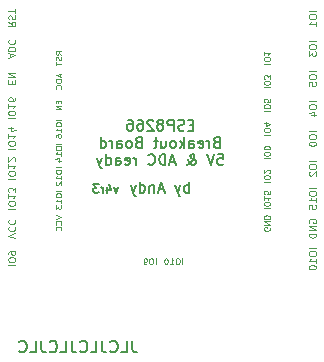
<source format=gbo>
G04 #@! TF.GenerationSoftware,KiCad,Pcbnew,(6.0.2)*
G04 #@! TF.CreationDate,2022-09-29T23:54:19+02:00*
G04 #@! TF.ProjectId,ESPBreakoutBoard-Min-Cutout,45535042-7265-4616-9b6f-7574426f6172,rev?*
G04 #@! TF.SameCoordinates,Original*
G04 #@! TF.FileFunction,Legend,Bot*
G04 #@! TF.FilePolarity,Positive*
%FSLAX46Y46*%
G04 Gerber Fmt 4.6, Leading zero omitted, Abs format (unit mm)*
G04 Created by KiCad (PCBNEW (6.0.2)) date 2022-09-29 23:54:19*
%MOMM*%
%LPD*%
G01*
G04 APERTURE LIST*
%ADD10C,0.150000*%
%ADD11C,0.100000*%
%ADD12C,0.130000*%
%ADD13R,2.200000X2.200000*%
%ADD14C,2.200000*%
%ADD15R,1.350000X1.350000*%
%ADD16O,1.350000X1.350000*%
%ADD17C,1.350000*%
%ADD18R,1.700000X1.700000*%
%ADD19O,1.700000X1.700000*%
%ADD20C,0.700000*%
%ADD21C,4.400000*%
G04 APERTURE END LIST*
D10*
X147519047Y-94752380D02*
X147519047Y-95466666D01*
X147566666Y-95609523D01*
X147661904Y-95704761D01*
X147804761Y-95752380D01*
X147900000Y-95752380D01*
X146566666Y-95752380D02*
X147042857Y-95752380D01*
X147042857Y-94752380D01*
X145661904Y-95657142D02*
X145709523Y-95704761D01*
X145852380Y-95752380D01*
X145947619Y-95752380D01*
X146090476Y-95704761D01*
X146185714Y-95609523D01*
X146233333Y-95514285D01*
X146280952Y-95323809D01*
X146280952Y-95180952D01*
X146233333Y-94990476D01*
X146185714Y-94895238D01*
X146090476Y-94800000D01*
X145947619Y-94752380D01*
X145852380Y-94752380D01*
X145709523Y-94800000D01*
X145661904Y-94847619D01*
X144947619Y-94752380D02*
X144947619Y-95466666D01*
X144995238Y-95609523D01*
X145090476Y-95704761D01*
X145233333Y-95752380D01*
X145328571Y-95752380D01*
X143995238Y-95752380D02*
X144471428Y-95752380D01*
X144471428Y-94752380D01*
X143090476Y-95657142D02*
X143138095Y-95704761D01*
X143280952Y-95752380D01*
X143376190Y-95752380D01*
X143519047Y-95704761D01*
X143614285Y-95609523D01*
X143661904Y-95514285D01*
X143709523Y-95323809D01*
X143709523Y-95180952D01*
X143661904Y-94990476D01*
X143614285Y-94895238D01*
X143519047Y-94800000D01*
X143376190Y-94752380D01*
X143280952Y-94752380D01*
X143138095Y-94800000D01*
X143090476Y-94847619D01*
X142376190Y-94752380D02*
X142376190Y-95466666D01*
X142423809Y-95609523D01*
X142519047Y-95704761D01*
X142661904Y-95752380D01*
X142757142Y-95752380D01*
X141423809Y-95752380D02*
X141900000Y-95752380D01*
X141900000Y-94752380D01*
X140519047Y-95657142D02*
X140566666Y-95704761D01*
X140709523Y-95752380D01*
X140804761Y-95752380D01*
X140947619Y-95704761D01*
X141042857Y-95609523D01*
X141090476Y-95514285D01*
X141138095Y-95323809D01*
X141138095Y-95180952D01*
X141090476Y-94990476D01*
X141042857Y-94895238D01*
X140947619Y-94800000D01*
X140804761Y-94752380D01*
X140709523Y-94752380D01*
X140566666Y-94800000D01*
X140519047Y-94847619D01*
X139804761Y-94752380D02*
X139804761Y-95466666D01*
X139852380Y-95609523D01*
X139947619Y-95704761D01*
X140090476Y-95752380D01*
X140185714Y-95752380D01*
X138852380Y-95752380D02*
X139328571Y-95752380D01*
X139328571Y-94752380D01*
X137947619Y-95657142D02*
X137995238Y-95704761D01*
X138138095Y-95752380D01*
X138233333Y-95752380D01*
X138376190Y-95704761D01*
X138471428Y-95609523D01*
X138519047Y-95514285D01*
X138566666Y-95323809D01*
X138566666Y-95180952D01*
X138519047Y-94990476D01*
X138471428Y-94895238D01*
X138376190Y-94800000D01*
X138233333Y-94752380D01*
X138138095Y-94752380D01*
X137995238Y-94800000D01*
X137947619Y-94847619D01*
D11*
X137200000Y-70742857D02*
X137200000Y-70457142D01*
X137028571Y-70800000D02*
X137628571Y-70600000D01*
X137028571Y-70400000D01*
X137028571Y-70200000D02*
X137628571Y-70200000D01*
X137628571Y-70057142D01*
X137600000Y-69971428D01*
X137542857Y-69914285D01*
X137485714Y-69885714D01*
X137371428Y-69857142D01*
X137285714Y-69857142D01*
X137171428Y-69885714D01*
X137114285Y-69914285D01*
X137057142Y-69971428D01*
X137028571Y-70057142D01*
X137028571Y-70200000D01*
X137085714Y-69257142D02*
X137057142Y-69285714D01*
X137028571Y-69371428D01*
X137028571Y-69428571D01*
X137057142Y-69514285D01*
X137114285Y-69571428D01*
X137171428Y-69600000D01*
X137285714Y-69628571D01*
X137371428Y-69628571D01*
X137485714Y-69600000D01*
X137542857Y-69571428D01*
X137600000Y-69514285D01*
X137628571Y-69428571D01*
X137628571Y-69371428D01*
X137600000Y-69285714D01*
X137571428Y-69257142D01*
X137342857Y-72992857D02*
X137342857Y-72792857D01*
X137028571Y-72707142D02*
X137028571Y-72992857D01*
X137628571Y-72992857D01*
X137628571Y-72707142D01*
X137028571Y-72450000D02*
X137628571Y-72450000D01*
X137028571Y-72107142D01*
X137628571Y-72107142D01*
X137028571Y-83585714D02*
X137628571Y-83585714D01*
X137628571Y-83185714D02*
X137628571Y-83071428D01*
X137600000Y-83014285D01*
X137542857Y-82957142D01*
X137428571Y-82928571D01*
X137228571Y-82928571D01*
X137114285Y-82957142D01*
X137057142Y-83014285D01*
X137028571Y-83071428D01*
X137028571Y-83185714D01*
X137057142Y-83242857D01*
X137114285Y-83300000D01*
X137228571Y-83328571D01*
X137428571Y-83328571D01*
X137542857Y-83300000D01*
X137600000Y-83242857D01*
X137628571Y-83185714D01*
X137028571Y-82357142D02*
X137028571Y-82700000D01*
X137028571Y-82528571D02*
X137628571Y-82528571D01*
X137542857Y-82585714D01*
X137485714Y-82642857D01*
X137457142Y-82700000D01*
X137628571Y-82157142D02*
X137628571Y-81785714D01*
X137400000Y-81985714D01*
X137400000Y-81900000D01*
X137371428Y-81842857D01*
X137342857Y-81814285D01*
X137285714Y-81785714D01*
X137142857Y-81785714D01*
X137085714Y-81814285D01*
X137057142Y-81842857D01*
X137028571Y-81900000D01*
X137028571Y-82071428D01*
X137057142Y-82128571D01*
X137085714Y-82157142D01*
X137628571Y-86050000D02*
X137028571Y-85850000D01*
X137628571Y-85650000D01*
X137085714Y-85107142D02*
X137057142Y-85135714D01*
X137028571Y-85221428D01*
X137028571Y-85278571D01*
X137057142Y-85364285D01*
X137114285Y-85421428D01*
X137171428Y-85450000D01*
X137285714Y-85478571D01*
X137371428Y-85478571D01*
X137485714Y-85450000D01*
X137542857Y-85421428D01*
X137600000Y-85364285D01*
X137628571Y-85278571D01*
X137628571Y-85221428D01*
X137600000Y-85135714D01*
X137571428Y-85107142D01*
X137085714Y-84507142D02*
X137057142Y-84535714D01*
X137028571Y-84621428D01*
X137028571Y-84678571D01*
X137057142Y-84764285D01*
X137114285Y-84821428D01*
X137171428Y-84850000D01*
X137285714Y-84878571D01*
X137371428Y-84878571D01*
X137485714Y-84850000D01*
X137542857Y-84821428D01*
X137600000Y-84764285D01*
X137628571Y-84678571D01*
X137628571Y-84621428D01*
X137600000Y-84535714D01*
X137571428Y-84507142D01*
X137028571Y-75935714D02*
X137628571Y-75935714D01*
X137628571Y-75535714D02*
X137628571Y-75421428D01*
X137600000Y-75364285D01*
X137542857Y-75307142D01*
X137428571Y-75278571D01*
X137228571Y-75278571D01*
X137114285Y-75307142D01*
X137057142Y-75364285D01*
X137028571Y-75421428D01*
X137028571Y-75535714D01*
X137057142Y-75592857D01*
X137114285Y-75650000D01*
X137228571Y-75678571D01*
X137428571Y-75678571D01*
X137542857Y-75650000D01*
X137600000Y-75592857D01*
X137628571Y-75535714D01*
X137028571Y-74707142D02*
X137028571Y-75050000D01*
X137028571Y-74878571D02*
X137628571Y-74878571D01*
X137542857Y-74935714D01*
X137485714Y-74992857D01*
X137457142Y-75050000D01*
X137628571Y-74192857D02*
X137628571Y-74307142D01*
X137600000Y-74364285D01*
X137571428Y-74392857D01*
X137485714Y-74450000D01*
X137371428Y-74478571D01*
X137142857Y-74478571D01*
X137085714Y-74450000D01*
X137057142Y-74421428D01*
X137028571Y-74364285D01*
X137028571Y-74250000D01*
X137057142Y-74192857D01*
X137085714Y-74164285D01*
X137142857Y-74135714D01*
X137285714Y-74135714D01*
X137342857Y-74164285D01*
X137371428Y-74192857D01*
X137400000Y-74250000D01*
X137400000Y-74364285D01*
X137371428Y-74421428D01*
X137342857Y-74450000D01*
X137285714Y-74478571D01*
X137028571Y-78485714D02*
X137628571Y-78485714D01*
X137628571Y-78085714D02*
X137628571Y-77971428D01*
X137600000Y-77914285D01*
X137542857Y-77857142D01*
X137428571Y-77828571D01*
X137228571Y-77828571D01*
X137114285Y-77857142D01*
X137057142Y-77914285D01*
X137028571Y-77971428D01*
X137028571Y-78085714D01*
X137057142Y-78142857D01*
X137114285Y-78200000D01*
X137228571Y-78228571D01*
X137428571Y-78228571D01*
X137542857Y-78200000D01*
X137600000Y-78142857D01*
X137628571Y-78085714D01*
X137028571Y-77257142D02*
X137028571Y-77600000D01*
X137028571Y-77428571D02*
X137628571Y-77428571D01*
X137542857Y-77485714D01*
X137485714Y-77542857D01*
X137457142Y-77600000D01*
X137428571Y-76742857D02*
X137028571Y-76742857D01*
X137657142Y-76885714D02*
X137228571Y-77028571D01*
X137228571Y-76657142D01*
X163065028Y-86914285D02*
X162465028Y-86914285D01*
X162465028Y-87314285D02*
X162465028Y-87428571D01*
X162493600Y-87485714D01*
X162550742Y-87542857D01*
X162665028Y-87571428D01*
X162865028Y-87571428D01*
X162979314Y-87542857D01*
X163036457Y-87485714D01*
X163065028Y-87428571D01*
X163065028Y-87314285D01*
X163036457Y-87257142D01*
X162979314Y-87200000D01*
X162865028Y-87171428D01*
X162665028Y-87171428D01*
X162550742Y-87200000D01*
X162493600Y-87257142D01*
X162465028Y-87314285D01*
X163065028Y-88142857D02*
X163065028Y-87800000D01*
X163065028Y-87971428D02*
X162465028Y-87971428D01*
X162550742Y-87914285D01*
X162607885Y-87857142D01*
X162636457Y-87800000D01*
X162465028Y-88514285D02*
X162465028Y-88571428D01*
X162493600Y-88628571D01*
X162522171Y-88657142D01*
X162579314Y-88685714D01*
X162693600Y-88714285D01*
X162836457Y-88714285D01*
X162950742Y-88685714D01*
X163007885Y-88657142D01*
X163036457Y-88628571D01*
X163065028Y-88571428D01*
X163065028Y-88514285D01*
X163036457Y-88457142D01*
X163007885Y-88428571D01*
X162950742Y-88400000D01*
X162836457Y-88371428D01*
X162693600Y-88371428D01*
X162579314Y-88400000D01*
X162522171Y-88428571D01*
X162493600Y-88457142D01*
X162465028Y-88514285D01*
X163071428Y-79550000D02*
X162471428Y-79550000D01*
X162471428Y-79950000D02*
X162471428Y-80064285D01*
X162500000Y-80121428D01*
X162557142Y-80178571D01*
X162671428Y-80207142D01*
X162871428Y-80207142D01*
X162985714Y-80178571D01*
X163042857Y-80121428D01*
X163071428Y-80064285D01*
X163071428Y-79950000D01*
X163042857Y-79892857D01*
X162985714Y-79835714D01*
X162871428Y-79807142D01*
X162671428Y-79807142D01*
X162557142Y-79835714D01*
X162500000Y-79892857D01*
X162471428Y-79950000D01*
X162528571Y-80435714D02*
X162500000Y-80464285D01*
X162471428Y-80521428D01*
X162471428Y-80664285D01*
X162500000Y-80721428D01*
X162528571Y-80750000D01*
X162585714Y-80778571D01*
X162642857Y-80778571D01*
X162728571Y-80750000D01*
X163071428Y-80407142D01*
X163071428Y-80778571D01*
D10*
X152321428Y-82207142D02*
X152321428Y-81307142D01*
X152321428Y-81650000D02*
X152235714Y-81607142D01*
X152064285Y-81607142D01*
X151978571Y-81650000D01*
X151935714Y-81692857D01*
X151892857Y-81778571D01*
X151892857Y-82035714D01*
X151935714Y-82121428D01*
X151978571Y-82164285D01*
X152064285Y-82207142D01*
X152235714Y-82207142D01*
X152321428Y-82164285D01*
X151592857Y-81607142D02*
X151378571Y-82207142D01*
X151164285Y-81607142D02*
X151378571Y-82207142D01*
X151464285Y-82421428D01*
X151507142Y-82464285D01*
X151592857Y-82507142D01*
X150178571Y-81950000D02*
X149750000Y-81950000D01*
X150264285Y-82207142D02*
X149964285Y-81307142D01*
X149664285Y-82207142D01*
X149364285Y-81607142D02*
X149364285Y-82207142D01*
X149364285Y-81692857D02*
X149321428Y-81650000D01*
X149235714Y-81607142D01*
X149107142Y-81607142D01*
X149021428Y-81650000D01*
X148978571Y-81735714D01*
X148978571Y-82207142D01*
X148164285Y-82207142D02*
X148164285Y-81307142D01*
X148164285Y-82164285D02*
X148250000Y-82207142D01*
X148421428Y-82207142D01*
X148507142Y-82164285D01*
X148550000Y-82121428D01*
X148592857Y-82035714D01*
X148592857Y-81778571D01*
X148550000Y-81692857D01*
X148507142Y-81650000D01*
X148421428Y-81607142D01*
X148250000Y-81607142D01*
X148164285Y-81650000D01*
X147821428Y-81607142D02*
X147607142Y-82207142D01*
X147392857Y-81607142D02*
X147607142Y-82207142D01*
X147692857Y-82421428D01*
X147735714Y-82464285D01*
X147821428Y-82507142D01*
D11*
X137028571Y-67778571D02*
X137314285Y-67978571D01*
X137028571Y-68121428D02*
X137628571Y-68121428D01*
X137628571Y-67892857D01*
X137600000Y-67835714D01*
X137571428Y-67807142D01*
X137514285Y-67778571D01*
X137428571Y-67778571D01*
X137371428Y-67807142D01*
X137342857Y-67835714D01*
X137314285Y-67892857D01*
X137314285Y-68121428D01*
X137057142Y-67550000D02*
X137028571Y-67464285D01*
X137028571Y-67321428D01*
X137057142Y-67264285D01*
X137085714Y-67235714D01*
X137142857Y-67207142D01*
X137200000Y-67207142D01*
X137257142Y-67235714D01*
X137285714Y-67264285D01*
X137314285Y-67321428D01*
X137342857Y-67435714D01*
X137371428Y-67492857D01*
X137400000Y-67521428D01*
X137457142Y-67550000D01*
X137514285Y-67550000D01*
X137571428Y-67521428D01*
X137600000Y-67492857D01*
X137628571Y-67435714D01*
X137628571Y-67292857D01*
X137600000Y-67207142D01*
X137628571Y-67035714D02*
X137628571Y-66692857D01*
X137028571Y-66864285D02*
X137628571Y-66864285D01*
X163071428Y-69400000D02*
X162471428Y-69400000D01*
X162471428Y-69800000D02*
X162471428Y-69914285D01*
X162500000Y-69971428D01*
X162557142Y-70028571D01*
X162671428Y-70057142D01*
X162871428Y-70057142D01*
X162985714Y-70028571D01*
X163042857Y-69971428D01*
X163071428Y-69914285D01*
X163071428Y-69800000D01*
X163042857Y-69742857D01*
X162985714Y-69685714D01*
X162871428Y-69657142D01*
X162671428Y-69657142D01*
X162557142Y-69685714D01*
X162500000Y-69742857D01*
X162471428Y-69800000D01*
X162471428Y-70257142D02*
X162471428Y-70628571D01*
X162700000Y-70428571D01*
X162700000Y-70514285D01*
X162728571Y-70571428D01*
X162757142Y-70600000D01*
X162814285Y-70628571D01*
X162957142Y-70628571D01*
X163014285Y-70600000D01*
X163042857Y-70571428D01*
X163071428Y-70514285D01*
X163071428Y-70342857D01*
X163042857Y-70285714D01*
X163014285Y-70257142D01*
X163071428Y-81814285D02*
X162471428Y-81814285D01*
X162471428Y-82214285D02*
X162471428Y-82328571D01*
X162500000Y-82385714D01*
X162557142Y-82442857D01*
X162671428Y-82471428D01*
X162871428Y-82471428D01*
X162985714Y-82442857D01*
X163042857Y-82385714D01*
X163071428Y-82328571D01*
X163071428Y-82214285D01*
X163042857Y-82157142D01*
X162985714Y-82100000D01*
X162871428Y-82071428D01*
X162671428Y-82071428D01*
X162557142Y-82100000D01*
X162500000Y-82157142D01*
X162471428Y-82214285D01*
X163071428Y-83042857D02*
X163071428Y-82700000D01*
X163071428Y-82871428D02*
X162471428Y-82871428D01*
X162557142Y-82814285D01*
X162614285Y-82757142D01*
X162642857Y-82700000D01*
X162471428Y-83585714D02*
X162471428Y-83300000D01*
X162757142Y-83271428D01*
X162728571Y-83300000D01*
X162700000Y-83357142D01*
X162700000Y-83500000D01*
X162728571Y-83557142D01*
X162757142Y-83585714D01*
X162814285Y-83614285D01*
X162957142Y-83614285D01*
X163014285Y-83585714D01*
X163042857Y-83557142D01*
X163071428Y-83500000D01*
X163071428Y-83357142D01*
X163042857Y-83300000D01*
X163014285Y-83271428D01*
D10*
X152685714Y-76486714D02*
X152385714Y-76486714D01*
X152257142Y-76958142D02*
X152685714Y-76958142D01*
X152685714Y-76058142D01*
X152257142Y-76058142D01*
X151914285Y-76915285D02*
X151785714Y-76958142D01*
X151571428Y-76958142D01*
X151485714Y-76915285D01*
X151442857Y-76872428D01*
X151400000Y-76786714D01*
X151400000Y-76701000D01*
X151442857Y-76615285D01*
X151485714Y-76572428D01*
X151571428Y-76529571D01*
X151742857Y-76486714D01*
X151828571Y-76443857D01*
X151871428Y-76401000D01*
X151914285Y-76315285D01*
X151914285Y-76229571D01*
X151871428Y-76143857D01*
X151828571Y-76101000D01*
X151742857Y-76058142D01*
X151528571Y-76058142D01*
X151400000Y-76101000D01*
X151014285Y-76958142D02*
X151014285Y-76058142D01*
X150671428Y-76058142D01*
X150585714Y-76101000D01*
X150542857Y-76143857D01*
X150500000Y-76229571D01*
X150500000Y-76358142D01*
X150542857Y-76443857D01*
X150585714Y-76486714D01*
X150671428Y-76529571D01*
X151014285Y-76529571D01*
X149985714Y-76443857D02*
X150071428Y-76401000D01*
X150114285Y-76358142D01*
X150157142Y-76272428D01*
X150157142Y-76229571D01*
X150114285Y-76143857D01*
X150071428Y-76101000D01*
X149985714Y-76058142D01*
X149814285Y-76058142D01*
X149728571Y-76101000D01*
X149685714Y-76143857D01*
X149642857Y-76229571D01*
X149642857Y-76272428D01*
X149685714Y-76358142D01*
X149728571Y-76401000D01*
X149814285Y-76443857D01*
X149985714Y-76443857D01*
X150071428Y-76486714D01*
X150114285Y-76529571D01*
X150157142Y-76615285D01*
X150157142Y-76786714D01*
X150114285Y-76872428D01*
X150071428Y-76915285D01*
X149985714Y-76958142D01*
X149814285Y-76958142D01*
X149728571Y-76915285D01*
X149685714Y-76872428D01*
X149642857Y-76786714D01*
X149642857Y-76615285D01*
X149685714Y-76529571D01*
X149728571Y-76486714D01*
X149814285Y-76443857D01*
X149300000Y-76143857D02*
X149257142Y-76101000D01*
X149171428Y-76058142D01*
X148957142Y-76058142D01*
X148871428Y-76101000D01*
X148828571Y-76143857D01*
X148785714Y-76229571D01*
X148785714Y-76315285D01*
X148828571Y-76443857D01*
X149342857Y-76958142D01*
X148785714Y-76958142D01*
X148014285Y-76058142D02*
X148185714Y-76058142D01*
X148271428Y-76101000D01*
X148314285Y-76143857D01*
X148400000Y-76272428D01*
X148442857Y-76443857D01*
X148442857Y-76786714D01*
X148400000Y-76872428D01*
X148357142Y-76915285D01*
X148271428Y-76958142D01*
X148100000Y-76958142D01*
X148014285Y-76915285D01*
X147971428Y-76872428D01*
X147928571Y-76786714D01*
X147928571Y-76572428D01*
X147971428Y-76486714D01*
X148014285Y-76443857D01*
X148100000Y-76401000D01*
X148271428Y-76401000D01*
X148357142Y-76443857D01*
X148400000Y-76486714D01*
X148442857Y-76572428D01*
X147157142Y-76058142D02*
X147328571Y-76058142D01*
X147414285Y-76101000D01*
X147457142Y-76143857D01*
X147542857Y-76272428D01*
X147585714Y-76443857D01*
X147585714Y-76786714D01*
X147542857Y-76872428D01*
X147500000Y-76915285D01*
X147414285Y-76958142D01*
X147242857Y-76958142D01*
X147157142Y-76915285D01*
X147114285Y-76872428D01*
X147071428Y-76786714D01*
X147071428Y-76572428D01*
X147114285Y-76486714D01*
X147157142Y-76443857D01*
X147242857Y-76401000D01*
X147414285Y-76401000D01*
X147500000Y-76443857D01*
X147542857Y-76486714D01*
X147585714Y-76572428D01*
X154635714Y-77935714D02*
X154507142Y-77978571D01*
X154464285Y-78021428D01*
X154421428Y-78107142D01*
X154421428Y-78235714D01*
X154464285Y-78321428D01*
X154507142Y-78364285D01*
X154592857Y-78407142D01*
X154935714Y-78407142D01*
X154935714Y-77507142D01*
X154635714Y-77507142D01*
X154550000Y-77550000D01*
X154507142Y-77592857D01*
X154464285Y-77678571D01*
X154464285Y-77764285D01*
X154507142Y-77850000D01*
X154550000Y-77892857D01*
X154635714Y-77935714D01*
X154935714Y-77935714D01*
X154035714Y-78407142D02*
X154035714Y-77807142D01*
X154035714Y-77978571D02*
X153992857Y-77892857D01*
X153950000Y-77850000D01*
X153864285Y-77807142D01*
X153778571Y-77807142D01*
X153135714Y-78364285D02*
X153221428Y-78407142D01*
X153392857Y-78407142D01*
X153478571Y-78364285D01*
X153521428Y-78278571D01*
X153521428Y-77935714D01*
X153478571Y-77850000D01*
X153392857Y-77807142D01*
X153221428Y-77807142D01*
X153135714Y-77850000D01*
X153092857Y-77935714D01*
X153092857Y-78021428D01*
X153521428Y-78107142D01*
X152321428Y-78407142D02*
X152321428Y-77935714D01*
X152364285Y-77850000D01*
X152450000Y-77807142D01*
X152621428Y-77807142D01*
X152707142Y-77850000D01*
X152321428Y-78364285D02*
X152407142Y-78407142D01*
X152621428Y-78407142D01*
X152707142Y-78364285D01*
X152750000Y-78278571D01*
X152750000Y-78192857D01*
X152707142Y-78107142D01*
X152621428Y-78064285D01*
X152407142Y-78064285D01*
X152321428Y-78021428D01*
X151892857Y-78407142D02*
X151892857Y-77507142D01*
X151807142Y-78064285D02*
X151550000Y-78407142D01*
X151550000Y-77807142D02*
X151892857Y-78150000D01*
X151035714Y-78407142D02*
X151121428Y-78364285D01*
X151164285Y-78321428D01*
X151207142Y-78235714D01*
X151207142Y-77978571D01*
X151164285Y-77892857D01*
X151121428Y-77850000D01*
X151035714Y-77807142D01*
X150907142Y-77807142D01*
X150821428Y-77850000D01*
X150778571Y-77892857D01*
X150735714Y-77978571D01*
X150735714Y-78235714D01*
X150778571Y-78321428D01*
X150821428Y-78364285D01*
X150907142Y-78407142D01*
X151035714Y-78407142D01*
X149964285Y-77807142D02*
X149964285Y-78407142D01*
X150350000Y-77807142D02*
X150350000Y-78278571D01*
X150307142Y-78364285D01*
X150221428Y-78407142D01*
X150092857Y-78407142D01*
X150007142Y-78364285D01*
X149964285Y-78321428D01*
X149664285Y-77807142D02*
X149321428Y-77807142D01*
X149535714Y-77507142D02*
X149535714Y-78278571D01*
X149492857Y-78364285D01*
X149407142Y-78407142D01*
X149321428Y-78407142D01*
X148035714Y-77935714D02*
X147907142Y-77978571D01*
X147864285Y-78021428D01*
X147821428Y-78107142D01*
X147821428Y-78235714D01*
X147864285Y-78321428D01*
X147907142Y-78364285D01*
X147992857Y-78407142D01*
X148335714Y-78407142D01*
X148335714Y-77507142D01*
X148035714Y-77507142D01*
X147950000Y-77550000D01*
X147907142Y-77592857D01*
X147864285Y-77678571D01*
X147864285Y-77764285D01*
X147907142Y-77850000D01*
X147950000Y-77892857D01*
X148035714Y-77935714D01*
X148335714Y-77935714D01*
X147307142Y-78407142D02*
X147392857Y-78364285D01*
X147435714Y-78321428D01*
X147478571Y-78235714D01*
X147478571Y-77978571D01*
X147435714Y-77892857D01*
X147392857Y-77850000D01*
X147307142Y-77807142D01*
X147178571Y-77807142D01*
X147092857Y-77850000D01*
X147050000Y-77892857D01*
X147007142Y-77978571D01*
X147007142Y-78235714D01*
X147050000Y-78321428D01*
X147092857Y-78364285D01*
X147178571Y-78407142D01*
X147307142Y-78407142D01*
X146235714Y-78407142D02*
X146235714Y-77935714D01*
X146278571Y-77850000D01*
X146364285Y-77807142D01*
X146535714Y-77807142D01*
X146621428Y-77850000D01*
X146235714Y-78364285D02*
X146321428Y-78407142D01*
X146535714Y-78407142D01*
X146621428Y-78364285D01*
X146664285Y-78278571D01*
X146664285Y-78192857D01*
X146621428Y-78107142D01*
X146535714Y-78064285D01*
X146321428Y-78064285D01*
X146235714Y-78021428D01*
X145807142Y-78407142D02*
X145807142Y-77807142D01*
X145807142Y-77978571D02*
X145764285Y-77892857D01*
X145721428Y-77850000D01*
X145635714Y-77807142D01*
X145550000Y-77807142D01*
X144864285Y-78407142D02*
X144864285Y-77507142D01*
X144864285Y-78364285D02*
X144950000Y-78407142D01*
X145121428Y-78407142D01*
X145207142Y-78364285D01*
X145250000Y-78321428D01*
X145292857Y-78235714D01*
X145292857Y-77978571D01*
X145250000Y-77892857D01*
X145207142Y-77850000D01*
X145121428Y-77807142D01*
X144950000Y-77807142D01*
X144864285Y-77850000D01*
X154764285Y-78956142D02*
X155192857Y-78956142D01*
X155235714Y-79384714D01*
X155192857Y-79341857D01*
X155107142Y-79299000D01*
X154892857Y-79299000D01*
X154807142Y-79341857D01*
X154764285Y-79384714D01*
X154721428Y-79470428D01*
X154721428Y-79684714D01*
X154764285Y-79770428D01*
X154807142Y-79813285D01*
X154892857Y-79856142D01*
X155107142Y-79856142D01*
X155192857Y-79813285D01*
X155235714Y-79770428D01*
X154464285Y-78956142D02*
X154164285Y-79856142D01*
X153864285Y-78956142D01*
X152150000Y-79856142D02*
X152192857Y-79856142D01*
X152278571Y-79813285D01*
X152407142Y-79684714D01*
X152621428Y-79427571D01*
X152707142Y-79299000D01*
X152750000Y-79170428D01*
X152750000Y-79084714D01*
X152707142Y-78999000D01*
X152621428Y-78956142D01*
X152578571Y-78956142D01*
X152492857Y-78999000D01*
X152450000Y-79084714D01*
X152450000Y-79127571D01*
X152492857Y-79213285D01*
X152535714Y-79256142D01*
X152792857Y-79427571D01*
X152835714Y-79470428D01*
X152878571Y-79556142D01*
X152878571Y-79684714D01*
X152835714Y-79770428D01*
X152792857Y-79813285D01*
X152707142Y-79856142D01*
X152578571Y-79856142D01*
X152492857Y-79813285D01*
X152450000Y-79770428D01*
X152321428Y-79599000D01*
X152278571Y-79470428D01*
X152278571Y-79384714D01*
X151121428Y-79599000D02*
X150692857Y-79599000D01*
X151207142Y-79856142D02*
X150907142Y-78956142D01*
X150607142Y-79856142D01*
X150307142Y-79856142D02*
X150307142Y-78956142D01*
X150092857Y-78956142D01*
X149964285Y-78999000D01*
X149878571Y-79084714D01*
X149835714Y-79170428D01*
X149792857Y-79341857D01*
X149792857Y-79470428D01*
X149835714Y-79641857D01*
X149878571Y-79727571D01*
X149964285Y-79813285D01*
X150092857Y-79856142D01*
X150307142Y-79856142D01*
X148892857Y-79770428D02*
X148935714Y-79813285D01*
X149064285Y-79856142D01*
X149150000Y-79856142D01*
X149278571Y-79813285D01*
X149364285Y-79727571D01*
X149407142Y-79641857D01*
X149450000Y-79470428D01*
X149450000Y-79341857D01*
X149407142Y-79170428D01*
X149364285Y-79084714D01*
X149278571Y-78999000D01*
X149150000Y-78956142D01*
X149064285Y-78956142D01*
X148935714Y-78999000D01*
X148892857Y-79041857D01*
X147821428Y-79856142D02*
X147821428Y-79256142D01*
X147821428Y-79427571D02*
X147778571Y-79341857D01*
X147735714Y-79299000D01*
X147650000Y-79256142D01*
X147564285Y-79256142D01*
X146921428Y-79813285D02*
X147007142Y-79856142D01*
X147178571Y-79856142D01*
X147264285Y-79813285D01*
X147307142Y-79727571D01*
X147307142Y-79384714D01*
X147264285Y-79299000D01*
X147178571Y-79256142D01*
X147007142Y-79256142D01*
X146921428Y-79299000D01*
X146878571Y-79384714D01*
X146878571Y-79470428D01*
X147307142Y-79556142D01*
X146107142Y-79856142D02*
X146107142Y-79384714D01*
X146150000Y-79299000D01*
X146235714Y-79256142D01*
X146407142Y-79256142D01*
X146492857Y-79299000D01*
X146107142Y-79813285D02*
X146192857Y-79856142D01*
X146407142Y-79856142D01*
X146492857Y-79813285D01*
X146535714Y-79727571D01*
X146535714Y-79641857D01*
X146492857Y-79556142D01*
X146407142Y-79513285D01*
X146192857Y-79513285D01*
X146107142Y-79470428D01*
X145292857Y-79856142D02*
X145292857Y-78956142D01*
X145292857Y-79813285D02*
X145378571Y-79856142D01*
X145550000Y-79856142D01*
X145635714Y-79813285D01*
X145678571Y-79770428D01*
X145721428Y-79684714D01*
X145721428Y-79427571D01*
X145678571Y-79341857D01*
X145635714Y-79299000D01*
X145550000Y-79256142D01*
X145378571Y-79256142D01*
X145292857Y-79299000D01*
X144950000Y-79256142D02*
X144735714Y-79856142D01*
X144521428Y-79256142D02*
X144735714Y-79856142D01*
X144821428Y-80070428D01*
X144864285Y-80113285D01*
X144950000Y-80156142D01*
D11*
X163071428Y-77025000D02*
X162471428Y-77025000D01*
X162471428Y-77425000D02*
X162471428Y-77539285D01*
X162500000Y-77596428D01*
X162557142Y-77653571D01*
X162671428Y-77682142D01*
X162871428Y-77682142D01*
X162985714Y-77653571D01*
X163042857Y-77596428D01*
X163071428Y-77539285D01*
X163071428Y-77425000D01*
X163042857Y-77367857D01*
X162985714Y-77310714D01*
X162871428Y-77282142D01*
X162671428Y-77282142D01*
X162557142Y-77310714D01*
X162500000Y-77367857D01*
X162471428Y-77425000D01*
X162471428Y-78053571D02*
X162471428Y-78110714D01*
X162500000Y-78167857D01*
X162528571Y-78196428D01*
X162585714Y-78225000D01*
X162700000Y-78253571D01*
X162842857Y-78253571D01*
X162957142Y-78225000D01*
X163014285Y-78196428D01*
X163042857Y-78167857D01*
X163071428Y-78110714D01*
X163071428Y-78053571D01*
X163042857Y-77996428D01*
X163014285Y-77967857D01*
X162957142Y-77939285D01*
X162842857Y-77910714D01*
X162700000Y-77910714D01*
X162585714Y-77939285D01*
X162528571Y-77967857D01*
X162500000Y-77996428D01*
X162471428Y-78053571D01*
X163071428Y-74475000D02*
X162471428Y-74475000D01*
X162471428Y-74875000D02*
X162471428Y-74989285D01*
X162500000Y-75046428D01*
X162557142Y-75103571D01*
X162671428Y-75132142D01*
X162871428Y-75132142D01*
X162985714Y-75103571D01*
X163042857Y-75046428D01*
X163071428Y-74989285D01*
X163071428Y-74875000D01*
X163042857Y-74817857D01*
X162985714Y-74760714D01*
X162871428Y-74732142D01*
X162671428Y-74732142D01*
X162557142Y-74760714D01*
X162500000Y-74817857D01*
X162471428Y-74875000D01*
X162671428Y-75646428D02*
X163071428Y-75646428D01*
X162442857Y-75503571D02*
X162871428Y-75360714D01*
X162871428Y-75732142D01*
D12*
X146300000Y-81750000D02*
X146133333Y-82216666D01*
X145966666Y-81750000D01*
X145400000Y-81750000D02*
X145400000Y-82216666D01*
X145566666Y-81483333D02*
X145733333Y-81983333D01*
X145300000Y-81983333D01*
X145033333Y-82216666D02*
X145033333Y-81750000D01*
X145033333Y-81883333D02*
X145000000Y-81816666D01*
X144966666Y-81783333D01*
X144900000Y-81750000D01*
X144833333Y-81750000D01*
X144666666Y-81516666D02*
X144233333Y-81516666D01*
X144466666Y-81783333D01*
X144366666Y-81783333D01*
X144300000Y-81816666D01*
X144266666Y-81850000D01*
X144233333Y-81916666D01*
X144233333Y-82083333D01*
X144266666Y-82150000D01*
X144300000Y-82183333D01*
X144366666Y-82216666D01*
X144566666Y-82216666D01*
X144633333Y-82183333D01*
X144666666Y-82150000D01*
D11*
X163071428Y-66850000D02*
X162471428Y-66850000D01*
X162471428Y-67250000D02*
X162471428Y-67364285D01*
X162500000Y-67421428D01*
X162557142Y-67478571D01*
X162671428Y-67507142D01*
X162871428Y-67507142D01*
X162985714Y-67478571D01*
X163042857Y-67421428D01*
X163071428Y-67364285D01*
X163071428Y-67250000D01*
X163042857Y-67192857D01*
X162985714Y-67135714D01*
X162871428Y-67107142D01*
X162671428Y-67107142D01*
X162557142Y-67135714D01*
X162500000Y-67192857D01*
X162471428Y-67250000D01*
X163071428Y-68078571D02*
X163071428Y-67735714D01*
X163071428Y-67907142D02*
X162471428Y-67907142D01*
X162557142Y-67850000D01*
X162614285Y-67792857D01*
X162642857Y-67735714D01*
X137026581Y-88350000D02*
X137626581Y-88350000D01*
X137626581Y-87950000D02*
X137626581Y-87835714D01*
X137598010Y-87778571D01*
X137540867Y-87721428D01*
X137426581Y-87692857D01*
X137226581Y-87692857D01*
X137112295Y-87721428D01*
X137055152Y-87778571D01*
X137026581Y-87835714D01*
X137026581Y-87950000D01*
X137055152Y-88007142D01*
X137112295Y-88064285D01*
X137226581Y-88092857D01*
X137426581Y-88092857D01*
X137540867Y-88064285D01*
X137598010Y-88007142D01*
X137626581Y-87950000D01*
X137026581Y-87407142D02*
X137026581Y-87292857D01*
X137055152Y-87235714D01*
X137083724Y-87207142D01*
X137169438Y-87150000D01*
X137283724Y-87121428D01*
X137512295Y-87121428D01*
X137569438Y-87150000D01*
X137598010Y-87178571D01*
X137626581Y-87235714D01*
X137626581Y-87350000D01*
X137598010Y-87407142D01*
X137569438Y-87435714D01*
X137512295Y-87464285D01*
X137369438Y-87464285D01*
X137312295Y-87435714D01*
X137283724Y-87407142D01*
X137255152Y-87350000D01*
X137255152Y-87235714D01*
X137283724Y-87178571D01*
X137312295Y-87150000D01*
X137369438Y-87121428D01*
X163071428Y-71950000D02*
X162471428Y-71950000D01*
X162471428Y-72350000D02*
X162471428Y-72464285D01*
X162500000Y-72521428D01*
X162557142Y-72578571D01*
X162671428Y-72607142D01*
X162871428Y-72607142D01*
X162985714Y-72578571D01*
X163042857Y-72521428D01*
X163071428Y-72464285D01*
X163071428Y-72350000D01*
X163042857Y-72292857D01*
X162985714Y-72235714D01*
X162871428Y-72207142D01*
X162671428Y-72207142D01*
X162557142Y-72235714D01*
X162500000Y-72292857D01*
X162471428Y-72350000D01*
X162471428Y-73150000D02*
X162471428Y-72864285D01*
X162757142Y-72835714D01*
X162728571Y-72864285D01*
X162700000Y-72921428D01*
X162700000Y-73064285D01*
X162728571Y-73121428D01*
X162757142Y-73150000D01*
X162814285Y-73178571D01*
X162957142Y-73178571D01*
X163014285Y-73150000D01*
X163042857Y-73121428D01*
X163071428Y-73064285D01*
X163071428Y-72921428D01*
X163042857Y-72864285D01*
X163014285Y-72835714D01*
X162500000Y-84767857D02*
X162471428Y-84710714D01*
X162471428Y-84625000D01*
X162500000Y-84539285D01*
X162557142Y-84482142D01*
X162614285Y-84453571D01*
X162728571Y-84425000D01*
X162814285Y-84425000D01*
X162928571Y-84453571D01*
X162985714Y-84482142D01*
X163042857Y-84539285D01*
X163071428Y-84625000D01*
X163071428Y-84682142D01*
X163042857Y-84767857D01*
X163014285Y-84796428D01*
X162814285Y-84796428D01*
X162814285Y-84682142D01*
X163071428Y-85053571D02*
X162471428Y-85053571D01*
X163071428Y-85396428D01*
X162471428Y-85396428D01*
X163071428Y-85682142D02*
X162471428Y-85682142D01*
X162471428Y-85825000D01*
X162500000Y-85910714D01*
X162557142Y-85967857D01*
X162614285Y-85996428D01*
X162728571Y-86025000D01*
X162814285Y-86025000D01*
X162928571Y-85996428D01*
X162985714Y-85967857D01*
X163042857Y-85910714D01*
X163071428Y-85825000D01*
X163071428Y-85682142D01*
X137028571Y-81035714D02*
X137628571Y-81035714D01*
X137628571Y-80635714D02*
X137628571Y-80521428D01*
X137600000Y-80464285D01*
X137542857Y-80407142D01*
X137428571Y-80378571D01*
X137228571Y-80378571D01*
X137114285Y-80407142D01*
X137057142Y-80464285D01*
X137028571Y-80521428D01*
X137028571Y-80635714D01*
X137057142Y-80692857D01*
X137114285Y-80750000D01*
X137228571Y-80778571D01*
X137428571Y-80778571D01*
X137542857Y-80750000D01*
X137600000Y-80692857D01*
X137628571Y-80635714D01*
X137028571Y-79807142D02*
X137028571Y-80150000D01*
X137028571Y-79978571D02*
X137628571Y-79978571D01*
X137542857Y-80035714D01*
X137485714Y-80092857D01*
X137457142Y-80150000D01*
X137571428Y-79578571D02*
X137600000Y-79550000D01*
X137628571Y-79492857D01*
X137628571Y-79350000D01*
X137600000Y-79292857D01*
X137571428Y-79264285D01*
X137514285Y-79235714D01*
X137457142Y-79235714D01*
X137371428Y-79264285D01*
X137028571Y-79607142D01*
X137028571Y-79235714D01*
X158673809Y-73300000D02*
X159173809Y-73300000D01*
X159173809Y-72966666D02*
X159173809Y-72871428D01*
X159150000Y-72823809D01*
X159102380Y-72776190D01*
X159007142Y-72752380D01*
X158840476Y-72752380D01*
X158745238Y-72776190D01*
X158697619Y-72823809D01*
X158673809Y-72871428D01*
X158673809Y-72966666D01*
X158697619Y-73014285D01*
X158745238Y-73061904D01*
X158840476Y-73085714D01*
X159007142Y-73085714D01*
X159102380Y-73061904D01*
X159150000Y-73014285D01*
X159173809Y-72966666D01*
X159173809Y-72585714D02*
X159173809Y-72276190D01*
X158983333Y-72442857D01*
X158983333Y-72371428D01*
X158959523Y-72323809D01*
X158935714Y-72300000D01*
X158888095Y-72276190D01*
X158769047Y-72276190D01*
X158721428Y-72300000D01*
X158697619Y-72323809D01*
X158673809Y-72371428D01*
X158673809Y-72514285D01*
X158697619Y-72561904D01*
X158721428Y-72585714D01*
X151738095Y-88276190D02*
X151738095Y-87776190D01*
X151404761Y-87776190D02*
X151309523Y-87776190D01*
X151261904Y-87800000D01*
X151214285Y-87847619D01*
X151190476Y-87942857D01*
X151190476Y-88109523D01*
X151214285Y-88204761D01*
X151261904Y-88252380D01*
X151309523Y-88276190D01*
X151404761Y-88276190D01*
X151452380Y-88252380D01*
X151500000Y-88204761D01*
X151523809Y-88109523D01*
X151523809Y-87942857D01*
X151500000Y-87847619D01*
X151452380Y-87800000D01*
X151404761Y-87776190D01*
X150714285Y-88276190D02*
X151000000Y-88276190D01*
X150857142Y-88276190D02*
X150857142Y-87776190D01*
X150904761Y-87847619D01*
X150952380Y-87895238D01*
X151000000Y-87919047D01*
X150404761Y-87776190D02*
X150357142Y-87776190D01*
X150309523Y-87800000D01*
X150285714Y-87823809D01*
X150261904Y-87871428D01*
X150238095Y-87966666D01*
X150238095Y-88085714D01*
X150261904Y-88180952D01*
X150285714Y-88228571D01*
X150309523Y-88252380D01*
X150357142Y-88276190D01*
X150404761Y-88276190D01*
X150452380Y-88252380D01*
X150476190Y-88228571D01*
X150500000Y-88180952D01*
X150523809Y-88085714D01*
X150523809Y-87966666D01*
X150500000Y-87871428D01*
X150476190Y-87823809D01*
X150452380Y-87800000D01*
X150404761Y-87776190D01*
X141264285Y-74430952D02*
X141264285Y-74597619D01*
X141526190Y-74669047D02*
X141526190Y-74430952D01*
X141026190Y-74430952D01*
X141026190Y-74669047D01*
X141526190Y-74883333D02*
X141026190Y-74883333D01*
X141526190Y-75169047D01*
X141026190Y-75169047D01*
X158673809Y-77300000D02*
X159173809Y-77300000D01*
X159173809Y-76966666D02*
X159173809Y-76871428D01*
X159150000Y-76823809D01*
X159102380Y-76776190D01*
X159007142Y-76752380D01*
X158840476Y-76752380D01*
X158745238Y-76776190D01*
X158697619Y-76823809D01*
X158673809Y-76871428D01*
X158673809Y-76966666D01*
X158697619Y-77014285D01*
X158745238Y-77061904D01*
X158840476Y-77085714D01*
X159007142Y-77085714D01*
X159102380Y-77061904D01*
X159150000Y-77014285D01*
X159173809Y-76966666D01*
X159007142Y-76323809D02*
X158673809Y-76323809D01*
X159197619Y-76442857D02*
X158840476Y-76561904D01*
X158840476Y-76252380D01*
X158673809Y-75300000D02*
X159173809Y-75300000D01*
X159173809Y-74966666D02*
X159173809Y-74871428D01*
X159150000Y-74823809D01*
X159102380Y-74776190D01*
X159007142Y-74752380D01*
X158840476Y-74752380D01*
X158745238Y-74776190D01*
X158697619Y-74823809D01*
X158673809Y-74871428D01*
X158673809Y-74966666D01*
X158697619Y-75014285D01*
X158745238Y-75061904D01*
X158840476Y-75085714D01*
X159007142Y-75085714D01*
X159102380Y-75061904D01*
X159150000Y-75014285D01*
X159173809Y-74966666D01*
X159173809Y-74300000D02*
X159173809Y-74538095D01*
X158935714Y-74561904D01*
X158959523Y-74538095D01*
X158983333Y-74490476D01*
X158983333Y-74371428D01*
X158959523Y-74323809D01*
X158935714Y-74300000D01*
X158888095Y-74276190D01*
X158769047Y-74276190D01*
X158721428Y-74300000D01*
X158697619Y-74323809D01*
X158673809Y-74371428D01*
X158673809Y-74490476D01*
X158697619Y-74538095D01*
X158721428Y-74561904D01*
X141526190Y-82061904D02*
X141026190Y-82061904D01*
X141026190Y-82395238D02*
X141026190Y-82490476D01*
X141050000Y-82538095D01*
X141097619Y-82585714D01*
X141192857Y-82609523D01*
X141359523Y-82609523D01*
X141454761Y-82585714D01*
X141502380Y-82538095D01*
X141526190Y-82490476D01*
X141526190Y-82395238D01*
X141502380Y-82347619D01*
X141454761Y-82300000D01*
X141359523Y-82276190D01*
X141192857Y-82276190D01*
X141097619Y-82300000D01*
X141050000Y-82347619D01*
X141026190Y-82395238D01*
X141526190Y-83085714D02*
X141526190Y-82800000D01*
X141526190Y-82942857D02*
X141026190Y-82942857D01*
X141097619Y-82895238D01*
X141145238Y-82847619D01*
X141169047Y-82800000D01*
X141026190Y-83252380D02*
X141026190Y-83561904D01*
X141216666Y-83395238D01*
X141216666Y-83466666D01*
X141240476Y-83514285D01*
X141264285Y-83538095D01*
X141311904Y-83561904D01*
X141430952Y-83561904D01*
X141478571Y-83538095D01*
X141502380Y-83514285D01*
X141526190Y-83466666D01*
X141526190Y-83323809D01*
X141502380Y-83276190D01*
X141478571Y-83252380D01*
X158673809Y-79300000D02*
X159173809Y-79300000D01*
X159173809Y-78966666D02*
X159173809Y-78871428D01*
X159150000Y-78823809D01*
X159102380Y-78776190D01*
X159007142Y-78752380D01*
X158840476Y-78752380D01*
X158745238Y-78776190D01*
X158697619Y-78823809D01*
X158673809Y-78871428D01*
X158673809Y-78966666D01*
X158697619Y-79014285D01*
X158745238Y-79061904D01*
X158840476Y-79085714D01*
X159007142Y-79085714D01*
X159102380Y-79061904D01*
X159150000Y-79014285D01*
X159173809Y-78966666D01*
X159173809Y-78442857D02*
X159173809Y-78395238D01*
X159150000Y-78347619D01*
X159126190Y-78323809D01*
X159078571Y-78300000D01*
X158983333Y-78276190D01*
X158864285Y-78276190D01*
X158769047Y-78300000D01*
X158721428Y-78323809D01*
X158697619Y-78347619D01*
X158673809Y-78395238D01*
X158673809Y-78442857D01*
X158697619Y-78490476D01*
X158721428Y-78514285D01*
X158769047Y-78538095D01*
X158864285Y-78561904D01*
X158983333Y-78561904D01*
X159078571Y-78538095D01*
X159126190Y-78514285D01*
X159150000Y-78490476D01*
X159173809Y-78442857D01*
X141526190Y-76061904D02*
X141026190Y-76061904D01*
X141026190Y-76395238D02*
X141026190Y-76490476D01*
X141050000Y-76538095D01*
X141097619Y-76585714D01*
X141192857Y-76609523D01*
X141359523Y-76609523D01*
X141454761Y-76585714D01*
X141502380Y-76538095D01*
X141526190Y-76490476D01*
X141526190Y-76395238D01*
X141502380Y-76347619D01*
X141454761Y-76300000D01*
X141359523Y-76276190D01*
X141192857Y-76276190D01*
X141097619Y-76300000D01*
X141050000Y-76347619D01*
X141026190Y-76395238D01*
X141526190Y-77085714D02*
X141526190Y-76800000D01*
X141526190Y-76942857D02*
X141026190Y-76942857D01*
X141097619Y-76895238D01*
X141145238Y-76847619D01*
X141169047Y-76800000D01*
X141026190Y-77514285D02*
X141026190Y-77419047D01*
X141050000Y-77371428D01*
X141073809Y-77347619D01*
X141145238Y-77300000D01*
X141240476Y-77276190D01*
X141430952Y-77276190D01*
X141478571Y-77300000D01*
X141502380Y-77323809D01*
X141526190Y-77371428D01*
X141526190Y-77466666D01*
X141502380Y-77514285D01*
X141478571Y-77538095D01*
X141430952Y-77561904D01*
X141311904Y-77561904D01*
X141264285Y-77538095D01*
X141240476Y-77514285D01*
X141216666Y-77466666D01*
X141216666Y-77371428D01*
X141240476Y-77323809D01*
X141264285Y-77300000D01*
X141311904Y-77276190D01*
X158673809Y-83538095D02*
X159173809Y-83538095D01*
X159173809Y-83204761D02*
X159173809Y-83109523D01*
X159150000Y-83061904D01*
X159102380Y-83014285D01*
X159007142Y-82990476D01*
X158840476Y-82990476D01*
X158745238Y-83014285D01*
X158697619Y-83061904D01*
X158673809Y-83109523D01*
X158673809Y-83204761D01*
X158697619Y-83252380D01*
X158745238Y-83300000D01*
X158840476Y-83323809D01*
X159007142Y-83323809D01*
X159102380Y-83300000D01*
X159150000Y-83252380D01*
X159173809Y-83204761D01*
X158673809Y-82514285D02*
X158673809Y-82800000D01*
X158673809Y-82657142D02*
X159173809Y-82657142D01*
X159102380Y-82704761D01*
X159054761Y-82752380D01*
X159030952Y-82800000D01*
X159173809Y-82061904D02*
X159173809Y-82300000D01*
X158935714Y-82323809D01*
X158959523Y-82300000D01*
X158983333Y-82252380D01*
X158983333Y-82133333D01*
X158959523Y-82085714D01*
X158935714Y-82061904D01*
X158888095Y-82038095D01*
X158769047Y-82038095D01*
X158721428Y-82061904D01*
X158697619Y-82085714D01*
X158673809Y-82133333D01*
X158673809Y-82252380D01*
X158697619Y-82300000D01*
X158721428Y-82323809D01*
X158673809Y-71300000D02*
X159173809Y-71300000D01*
X159173809Y-70966666D02*
X159173809Y-70871428D01*
X159150000Y-70823809D01*
X159102380Y-70776190D01*
X159007142Y-70752380D01*
X158840476Y-70752380D01*
X158745238Y-70776190D01*
X158697619Y-70823809D01*
X158673809Y-70871428D01*
X158673809Y-70966666D01*
X158697619Y-71014285D01*
X158745238Y-71061904D01*
X158840476Y-71085714D01*
X159007142Y-71085714D01*
X159102380Y-71061904D01*
X159150000Y-71014285D01*
X159173809Y-70966666D01*
X158673809Y-70276190D02*
X158673809Y-70561904D01*
X158673809Y-70419047D02*
X159173809Y-70419047D01*
X159102380Y-70466666D01*
X159054761Y-70514285D01*
X159030952Y-70561904D01*
X141026190Y-84133333D02*
X141526190Y-84300000D01*
X141026190Y-84466666D01*
X141478571Y-84919047D02*
X141502380Y-84895238D01*
X141526190Y-84823809D01*
X141526190Y-84776190D01*
X141502380Y-84704761D01*
X141454761Y-84657142D01*
X141407142Y-84633333D01*
X141311904Y-84609523D01*
X141240476Y-84609523D01*
X141145238Y-84633333D01*
X141097619Y-84657142D01*
X141050000Y-84704761D01*
X141026190Y-84776190D01*
X141026190Y-84823809D01*
X141050000Y-84895238D01*
X141073809Y-84919047D01*
X141478571Y-85419047D02*
X141502380Y-85395238D01*
X141526190Y-85323809D01*
X141526190Y-85276190D01*
X141502380Y-85204761D01*
X141454761Y-85157142D01*
X141407142Y-85133333D01*
X141311904Y-85109523D01*
X141240476Y-85109523D01*
X141145238Y-85133333D01*
X141097619Y-85157142D01*
X141050000Y-85204761D01*
X141026190Y-85276190D01*
X141026190Y-85323809D01*
X141050000Y-85395238D01*
X141073809Y-85419047D01*
X141526190Y-78061904D02*
X141026190Y-78061904D01*
X141026190Y-78395238D02*
X141026190Y-78490476D01*
X141050000Y-78538095D01*
X141097619Y-78585714D01*
X141192857Y-78609523D01*
X141359523Y-78609523D01*
X141454761Y-78585714D01*
X141502380Y-78538095D01*
X141526190Y-78490476D01*
X141526190Y-78395238D01*
X141502380Y-78347619D01*
X141454761Y-78300000D01*
X141359523Y-78276190D01*
X141192857Y-78276190D01*
X141097619Y-78300000D01*
X141050000Y-78347619D01*
X141026190Y-78395238D01*
X141526190Y-79085714D02*
X141526190Y-78800000D01*
X141526190Y-78942857D02*
X141026190Y-78942857D01*
X141097619Y-78895238D01*
X141145238Y-78847619D01*
X141169047Y-78800000D01*
X141192857Y-79514285D02*
X141526190Y-79514285D01*
X141002380Y-79395238D02*
X141359523Y-79276190D01*
X141359523Y-79585714D01*
X158673809Y-81300000D02*
X159173809Y-81300000D01*
X159173809Y-80966666D02*
X159173809Y-80871428D01*
X159150000Y-80823809D01*
X159102380Y-80776190D01*
X159007142Y-80752380D01*
X158840476Y-80752380D01*
X158745238Y-80776190D01*
X158697619Y-80823809D01*
X158673809Y-80871428D01*
X158673809Y-80966666D01*
X158697619Y-81014285D01*
X158745238Y-81061904D01*
X158840476Y-81085714D01*
X159007142Y-81085714D01*
X159102380Y-81061904D01*
X159150000Y-81014285D01*
X159173809Y-80966666D01*
X159126190Y-80561904D02*
X159150000Y-80538095D01*
X159173809Y-80490476D01*
X159173809Y-80371428D01*
X159150000Y-80323809D01*
X159126190Y-80300000D01*
X159078571Y-80276190D01*
X159030952Y-80276190D01*
X158959523Y-80300000D01*
X158673809Y-80585714D01*
X158673809Y-80276190D01*
X141383333Y-72180952D02*
X141383333Y-72419047D01*
X141526190Y-72133333D02*
X141026190Y-72300000D01*
X141526190Y-72466666D01*
X141526190Y-72633333D02*
X141026190Y-72633333D01*
X141026190Y-72752380D01*
X141050000Y-72823809D01*
X141097619Y-72871428D01*
X141145238Y-72895238D01*
X141240476Y-72919047D01*
X141311904Y-72919047D01*
X141407142Y-72895238D01*
X141454761Y-72871428D01*
X141502380Y-72823809D01*
X141526190Y-72752380D01*
X141526190Y-72633333D01*
X141478571Y-73419047D02*
X141502380Y-73395238D01*
X141526190Y-73323809D01*
X141526190Y-73276190D01*
X141502380Y-73204761D01*
X141454761Y-73157142D01*
X141407142Y-73133333D01*
X141311904Y-73109523D01*
X141240476Y-73109523D01*
X141145238Y-73133333D01*
X141097619Y-73157142D01*
X141050000Y-73204761D01*
X141026190Y-73276190D01*
X141026190Y-73323809D01*
X141050000Y-73395238D01*
X141073809Y-73419047D01*
X149500000Y-88276190D02*
X149500000Y-87776190D01*
X149166666Y-87776190D02*
X149071428Y-87776190D01*
X149023809Y-87800000D01*
X148976190Y-87847619D01*
X148952380Y-87942857D01*
X148952380Y-88109523D01*
X148976190Y-88204761D01*
X149023809Y-88252380D01*
X149071428Y-88276190D01*
X149166666Y-88276190D01*
X149214285Y-88252380D01*
X149261904Y-88204761D01*
X149285714Y-88109523D01*
X149285714Y-87942857D01*
X149261904Y-87847619D01*
X149214285Y-87800000D01*
X149166666Y-87776190D01*
X148714285Y-88276190D02*
X148619047Y-88276190D01*
X148571428Y-88252380D01*
X148547619Y-88228571D01*
X148500000Y-88157142D01*
X148476190Y-88061904D01*
X148476190Y-87871428D01*
X148500000Y-87823809D01*
X148523809Y-87800000D01*
X148571428Y-87776190D01*
X148666666Y-87776190D01*
X148714285Y-87800000D01*
X148738095Y-87823809D01*
X148761904Y-87871428D01*
X148761904Y-87990476D01*
X148738095Y-88038095D01*
X148714285Y-88061904D01*
X148666666Y-88085714D01*
X148571428Y-88085714D01*
X148523809Y-88061904D01*
X148500000Y-88038095D01*
X148476190Y-87990476D01*
X141526190Y-70526190D02*
X141288095Y-70359523D01*
X141526190Y-70240476D02*
X141026190Y-70240476D01*
X141026190Y-70430952D01*
X141050000Y-70478571D01*
X141073809Y-70502380D01*
X141121428Y-70526190D01*
X141192857Y-70526190D01*
X141240476Y-70502380D01*
X141264285Y-70478571D01*
X141288095Y-70430952D01*
X141288095Y-70240476D01*
X141502380Y-70716666D02*
X141526190Y-70788095D01*
X141526190Y-70907142D01*
X141502380Y-70954761D01*
X141478571Y-70978571D01*
X141430952Y-71002380D01*
X141383333Y-71002380D01*
X141335714Y-70978571D01*
X141311904Y-70954761D01*
X141288095Y-70907142D01*
X141264285Y-70811904D01*
X141240476Y-70764285D01*
X141216666Y-70740476D01*
X141169047Y-70716666D01*
X141121428Y-70716666D01*
X141073809Y-70740476D01*
X141050000Y-70764285D01*
X141026190Y-70811904D01*
X141026190Y-70930952D01*
X141050000Y-71002380D01*
X141026190Y-71145238D02*
X141026190Y-71430952D01*
X141526190Y-71288095D02*
X141026190Y-71288095D01*
X141526190Y-80061904D02*
X141026190Y-80061904D01*
X141026190Y-80395238D02*
X141026190Y-80490476D01*
X141050000Y-80538095D01*
X141097619Y-80585714D01*
X141192857Y-80609523D01*
X141359523Y-80609523D01*
X141454761Y-80585714D01*
X141502380Y-80538095D01*
X141526190Y-80490476D01*
X141526190Y-80395238D01*
X141502380Y-80347619D01*
X141454761Y-80300000D01*
X141359523Y-80276190D01*
X141192857Y-80276190D01*
X141097619Y-80300000D01*
X141050000Y-80347619D01*
X141026190Y-80395238D01*
X141526190Y-81085714D02*
X141526190Y-80800000D01*
X141526190Y-80942857D02*
X141026190Y-80942857D01*
X141097619Y-80895238D01*
X141145238Y-80847619D01*
X141169047Y-80800000D01*
X141073809Y-81276190D02*
X141050000Y-81300000D01*
X141026190Y-81347619D01*
X141026190Y-81466666D01*
X141050000Y-81514285D01*
X141073809Y-81538095D01*
X141121428Y-81561904D01*
X141169047Y-81561904D01*
X141240476Y-81538095D01*
X141526190Y-81252380D01*
X141526190Y-81561904D01*
X159150000Y-85180952D02*
X159173809Y-85228571D01*
X159173809Y-85300000D01*
X159150000Y-85371428D01*
X159102380Y-85419047D01*
X159054761Y-85442857D01*
X158959523Y-85466666D01*
X158888095Y-85466666D01*
X158792857Y-85442857D01*
X158745238Y-85419047D01*
X158697619Y-85371428D01*
X158673809Y-85300000D01*
X158673809Y-85252380D01*
X158697619Y-85180952D01*
X158721428Y-85157142D01*
X158888095Y-85157142D01*
X158888095Y-85252380D01*
X158673809Y-84942857D02*
X159173809Y-84942857D01*
X158673809Y-84657142D01*
X159173809Y-84657142D01*
X158673809Y-84419047D02*
X159173809Y-84419047D01*
X159173809Y-84300000D01*
X159150000Y-84228571D01*
X159102380Y-84180952D01*
X159054761Y-84157142D01*
X158959523Y-84133333D01*
X158888095Y-84133333D01*
X158792857Y-84157142D01*
X158745238Y-84180952D01*
X158697619Y-84228571D01*
X158673809Y-84300000D01*
X158673809Y-84419047D01*
%LPC*%
D13*
X155200000Y-93100000D03*
D14*
X157740000Y-93100000D03*
D15*
X143000000Y-70800000D03*
D16*
X143000000Y-72800000D03*
X143000000Y-74800000D03*
X143000000Y-76800000D03*
X143000000Y-78800000D03*
X143000000Y-80800000D03*
X143000000Y-82800000D03*
X143000000Y-84800000D03*
X149000000Y-86300000D03*
X151000000Y-86300000D03*
X157200000Y-84800000D03*
X157200000Y-82800000D03*
X157200000Y-80800000D03*
X157200000Y-78800000D03*
X157200000Y-76800000D03*
X157200000Y-74800000D03*
X157200000Y-72800000D03*
D17*
X157200000Y-70800000D03*
D18*
X138620000Y-67450000D03*
D19*
X138620000Y-69990000D03*
X138620000Y-72530000D03*
X138620000Y-75070000D03*
X138620000Y-77610000D03*
X138620000Y-80150000D03*
X138620000Y-82690000D03*
X138620000Y-85230000D03*
X138620000Y-87770000D03*
D18*
X161480000Y-67450000D03*
D19*
X161480000Y-69990000D03*
X161480000Y-72530000D03*
X161480000Y-75070000D03*
X161480000Y-77610000D03*
X161480000Y-80150000D03*
X161480000Y-82690000D03*
X161480000Y-85230000D03*
X161480000Y-87770000D03*
D20*
X150966726Y-93606726D03*
X151450000Y-92440000D03*
X148633274Y-93606726D03*
X150966726Y-91273274D03*
X148150000Y-92440000D03*
X149800000Y-94090000D03*
X148633274Y-91273274D03*
X149800000Y-90790000D03*
D21*
X149800000Y-92440000D03*
M02*

</source>
